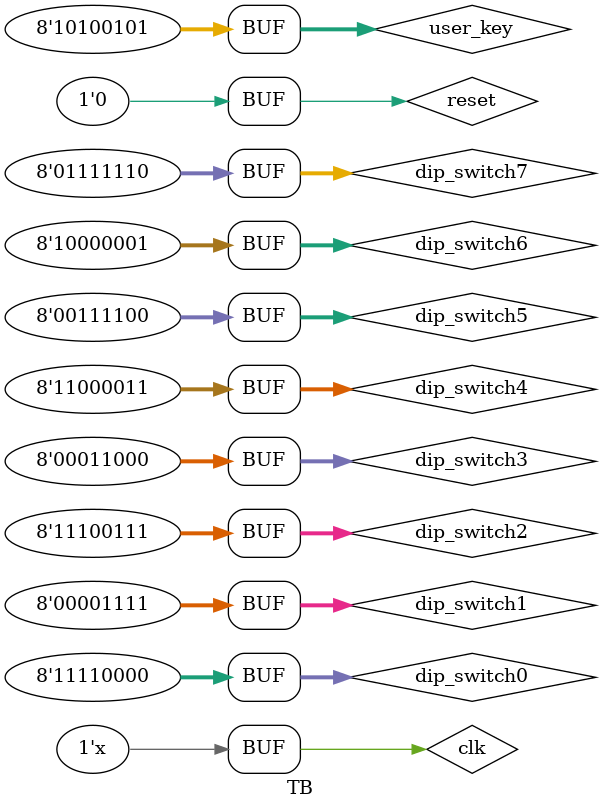
<source format=v>
`timescale 1ns / 1ps


module TB;

	// Inputs
	reg clk;
	reg reset;
	reg [7:0] dip_switch0, dip_switch1, dip_switch2, dip_switch3, dip_switch4, dip_switch5, dip_switch6, dip_switch7;
	reg [7:0] user_key;

	wire [7:0] digital_tube2, digital_tube1, digital_tube0;
	wire [3:0] digital_tube_sel1, digital_tube_sel0;
	wire digital_tube_sel2;
	wire [31:0] led_light;

	// Instantiate the Unit Under Test (UUT)
	mips uut (
		.clk_in(clk), 
		.sys_rstn(reset),
		.dip_switch0(dip_switch0),
		.dip_switch1(dip_switch1),
		.dip_switch2(dip_switch2),
		.dip_switch3(dip_switch3),
		.dip_switch4(dip_switch4),
		.dip_switch5(dip_switch5),
		.dip_switch6(dip_switch6),
		.dip_switch7(dip_switch7),
		.user_key(user_key),
		.led_light(led_light),
		.digital_tube2(digital_tube2),
		.digital_tube_sel2(digital_tube_sel2),
		.digital_tube1(digital_tube1),
		.digital_tube_sel1(digital_tube_sel1),
		.digital_tube0(digital_tube0),
		.digital_tube_sel0(digital_tube_sel0)
	);

	initial begin
		clk = 0;
		reset = 1;
		#10;
		reset = 0;

		user_key = 8'b10100101;
		dip_switch0 = 8'b11110000;
		dip_switch1 = 8'b00001111;
		dip_switch2 = 8'b11100111;
		dip_switch3 = 8'b00011000;
		dip_switch4 = 8'b11000011;
		dip_switch5 = 8'b00111100;
		dip_switch6 = 8'b10000001;
		dip_switch7 = 8'b01111110;
		
	end
	always #1 clk = ~clk;
      
endmodule


</source>
